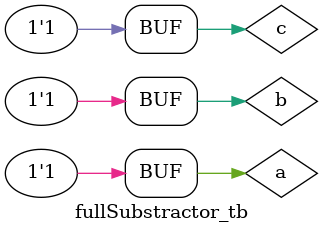
<source format=v>
module fullSubstractor_tb;
  reg a,b,c;
  wire Dout,Bout;
  
 fullSubstractor FS(Dout,Bout,a,b,c);
  initial 
  begin
    a=0;
    b=0;
    c=0;
    #10;
    a=0;
    b=0;
    c=1;
    #10;
    a=0;
    b=1;
    c=0;
    #10;
    a=0;
    b=1;
    c=1;
    #10;
    a=1;
    b=0;
    c=0;
    #10; 
    a=1;
    b=0;
    c=1;
    #10; 
    a=1;
    b=1;
    c=0;
    #10;
    a=1;
    b=1;
    c=1;
    #10;
    
  end
  
endmodule 


</source>
